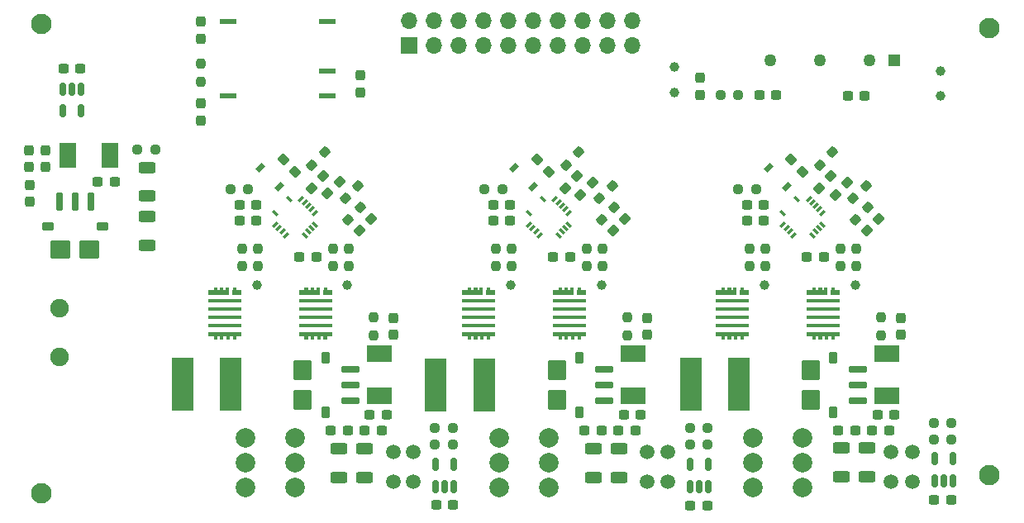
<source format=gbr>
%TF.GenerationSoftware,KiCad,Pcbnew,8.0.1*%
%TF.CreationDate,2024-03-29T13:27:46-04:00*%
%TF.ProjectId,Power_Stage,506f7765-725f-4537-9461-67652e6b6963,rev?*%
%TF.SameCoordinates,Original*%
%TF.FileFunction,Soldermask,Top*%
%TF.FilePolarity,Negative*%
%FSLAX46Y46*%
G04 Gerber Fmt 4.6, Leading zero omitted, Abs format (unit mm)*
G04 Created by KiCad (PCBNEW 8.0.1) date 2024-03-29 13:27:46*
%MOMM*%
%LPD*%
G01*
G04 APERTURE LIST*
G04 Aperture macros list*
%AMRoundRect*
0 Rectangle with rounded corners*
0 $1 Rounding radius*
0 $2 $3 $4 $5 $6 $7 $8 $9 X,Y pos of 4 corners*
0 Add a 4 corners polygon primitive as box body*
4,1,4,$2,$3,$4,$5,$6,$7,$8,$9,$2,$3,0*
0 Add four circle primitives for the rounded corners*
1,1,$1+$1,$2,$3*
1,1,$1+$1,$4,$5*
1,1,$1+$1,$6,$7*
1,1,$1+$1,$8,$9*
0 Add four rect primitives between the rounded corners*
20,1,$1+$1,$2,$3,$4,$5,0*
20,1,$1+$1,$4,$5,$6,$7,0*
20,1,$1+$1,$6,$7,$8,$9,0*
20,1,$1+$1,$8,$9,$2,$3,0*%
%AMRotRect*
0 Rectangle, with rotation*
0 The origin of the aperture is its center*
0 $1 length*
0 $2 width*
0 $3 Rotation angle, in degrees counterclockwise*
0 Add horizontal line*
21,1,$1,$2,0,0,$3*%
G04 Aperture macros list end*
%ADD10C,0.000000*%
%ADD11RoundRect,0.150000X-0.150000X0.512500X-0.150000X-0.512500X0.150000X-0.512500X0.150000X0.512500X0*%
%ADD12RoundRect,0.237500X0.300000X0.237500X-0.300000X0.237500X-0.300000X-0.237500X0.300000X-0.237500X0*%
%ADD13RoundRect,0.019360X-0.817640X-0.222640X0.817640X-0.222640X0.817640X0.222640X-0.817640X0.222640X0*%
%ADD14RoundRect,0.102000X-0.250000X0.800000X-0.250000X-0.800000X0.250000X-0.800000X0.250000X0.800000X0*%
%ADD15RoundRect,0.102000X-0.900000X0.850000X-0.900000X-0.850000X0.900000X-0.850000X0.900000X0.850000X0*%
%ADD16RoundRect,0.102000X-0.450000X0.300000X-0.450000X-0.300000X0.450000X-0.300000X0.450000X0.300000X0*%
%ADD17RoundRect,0.150000X0.150000X-0.512500X0.150000X0.512500X-0.150000X0.512500X-0.150000X-0.512500X0*%
%ADD18RoundRect,0.250000X-0.625000X0.312500X-0.625000X-0.312500X0.625000X-0.312500X0.625000X0.312500X0*%
%ADD19RoundRect,0.237500X-0.250000X-0.237500X0.250000X-0.237500X0.250000X0.237500X-0.250000X0.237500X0*%
%ADD20RoundRect,0.237500X-0.300000X-0.237500X0.300000X-0.237500X0.300000X0.237500X-0.300000X0.237500X0*%
%ADD21RoundRect,0.237500X0.237500X-0.300000X0.237500X0.300000X-0.237500X0.300000X-0.237500X-0.300000X0*%
%ADD22RoundRect,0.237500X-0.237500X0.300000X-0.237500X-0.300000X0.237500X-0.300000X0.237500X0.300000X0*%
%ADD23RoundRect,0.019360X0.222640X-0.817640X0.222640X0.817640X-0.222640X0.817640X-0.222640X-0.817640X0*%
%ADD24C,1.000000*%
%ADD25C,1.500000*%
%ADD26R,0.355600X0.761990*%
%ADD27R,0.965200X0.457200*%
%ADD28R,0.355600X0.753389*%
%ADD29R,2.108200X0.457200*%
%ADD30R,0.355600X0.753388*%
%ADD31R,3.403600X0.355600*%
%ADD32R,0.355600X0.304796*%
%ADD33R,0.355600X0.310933*%
%ADD34R,3.403600X0.457200*%
%ADD35R,0.355598X0.385089*%
%ADD36R,0.355590X0.533400*%
%ADD37C,2.100000*%
%ADD38RotRect,0.558800X0.889000X315.000000*%
%ADD39C,1.905000*%
%ADD40RoundRect,0.237500X-0.237500X0.250000X-0.237500X-0.250000X0.237500X-0.250000X0.237500X0.250000X0*%
%ADD41RoundRect,0.237500X0.250000X0.237500X-0.250000X0.237500X-0.250000X-0.237500X0.250000X-0.237500X0*%
%ADD42RoundRect,0.237500X0.237500X-0.250000X0.237500X0.250000X-0.237500X0.250000X-0.237500X-0.250000X0*%
%ADD43RoundRect,0.237500X-0.008839X-0.344715X0.344715X0.008839X0.008839X0.344715X-0.344715X-0.008839X0*%
%ADD44RoundRect,0.237500X0.380070X-0.044194X-0.044194X0.380070X-0.380070X0.044194X0.044194X-0.380070X0*%
%ADD45R,1.270000X1.270000*%
%ADD46C,1.270000*%
%ADD47RoundRect,0.237500X-0.044194X-0.380070X0.380070X0.044194X0.044194X0.380070X-0.380070X-0.044194X0*%
%ADD48RoundRect,0.237500X0.044194X0.380070X-0.380070X-0.044194X-0.044194X-0.380070X0.380070X0.044194X0*%
%ADD49RoundRect,0.102000X0.800000X0.250000X-0.800000X0.250000X-0.800000X-0.250000X0.800000X-0.250000X0*%
%ADD50RoundRect,0.102000X0.300000X0.450000X-0.300000X0.450000X-0.300000X-0.450000X0.300000X-0.450000X0*%
%ADD51RoundRect,0.102000X0.850000X0.900000X-0.850000X0.900000X-0.850000X-0.900000X0.850000X-0.900000X0*%
%ADD52R,1.651000X0.508000*%
%ADD53R,2.260600X5.511800*%
%ADD54RotRect,0.254000X0.711200X135.000000*%
%ADD55RotRect,0.254000X0.711200X45.000000*%
%ADD56C,2.006600*%
%ADD57RoundRect,0.250000X0.625000X-0.312500X0.625000X0.312500X-0.625000X0.312500X-0.625000X-0.312500X0*%
%ADD58RoundRect,0.237500X0.237500X-0.287500X0.237500X0.287500X-0.237500X0.287500X-0.237500X-0.287500X0*%
%ADD59RoundRect,0.237500X0.008839X0.344715X-0.344715X-0.008839X-0.008839X-0.344715X0.344715X0.008839X0*%
%ADD60R,1.700000X1.700000*%
%ADD61O,1.700000X1.700000*%
G04 APERTURE END LIST*
D10*
%TO.C,Q1*%
G36*
X110831396Y-132306022D02*
G01*
X111375796Y-132306012D01*
X111375796Y-132763212D01*
X110410596Y-132763212D01*
X110410596Y-132306012D01*
X110475796Y-132306022D01*
X110475796Y-132001222D01*
X110831396Y-132001222D01*
X110831396Y-132306022D01*
G37*
G36*
X110831396Y-132306022D02*
G01*
X111375796Y-132306012D01*
X111375796Y-132763212D01*
X110410596Y-132763212D01*
X110410596Y-132306012D01*
X110475796Y-132306022D01*
X110475796Y-132001222D01*
X110831396Y-132001222D01*
X110831396Y-132306022D01*
G37*
G36*
X108877796Y-132306022D02*
G01*
X109172196Y-132306022D01*
X109172196Y-132001222D01*
X109527796Y-132001222D01*
X109527796Y-132306022D01*
X109726596Y-132306022D01*
X109726596Y-132001222D01*
X110082196Y-132001222D01*
X110080396Y-132763212D01*
X107972196Y-132763212D01*
X107972196Y-132306012D01*
X108522196Y-132306022D01*
X108522196Y-132001222D01*
X108877796Y-132001222D01*
X108877796Y-132306022D01*
G37*
G36*
X108877796Y-132306022D02*
G01*
X109172196Y-132306022D01*
X109172196Y-132001222D01*
X109527796Y-132001222D01*
X109527796Y-132306022D01*
X109726596Y-132306022D01*
X109726596Y-132001222D01*
X110082196Y-132001222D01*
X110080396Y-132763212D01*
X107972196Y-132763212D01*
X107972196Y-132306012D01*
X108522196Y-132306022D01*
X108522196Y-132001222D01*
X108877796Y-132001222D01*
X108877796Y-132306022D01*
G37*
G36*
X111375796Y-137013212D02*
G01*
X110827807Y-137013200D01*
X110827807Y-137318000D01*
X110472207Y-137318000D01*
X110472207Y-137013200D01*
X110177796Y-137013200D01*
X110177796Y-137318000D01*
X109822196Y-137318000D01*
X109822196Y-137013200D01*
X109527784Y-137013200D01*
X109527784Y-137318000D01*
X109172184Y-137318000D01*
X109172184Y-137013200D01*
X108877784Y-137013200D01*
X108877784Y-137318000D01*
X108522184Y-137318000D01*
X108522184Y-137013200D01*
X107972196Y-137013212D01*
X107972196Y-136556012D01*
X111375796Y-136556012D01*
X111375796Y-137013212D01*
G37*
%TO.C,Q6*%
G36*
X172131411Y-132306022D02*
G01*
X172675811Y-132306012D01*
X172675811Y-132763212D01*
X171710611Y-132763212D01*
X171710611Y-132306012D01*
X171775811Y-132306022D01*
X171775811Y-132001222D01*
X172131411Y-132001222D01*
X172131411Y-132306022D01*
G37*
G36*
X172131411Y-132306022D02*
G01*
X172675811Y-132306012D01*
X172675811Y-132763212D01*
X171710611Y-132763212D01*
X171710611Y-132306012D01*
X171775811Y-132306022D01*
X171775811Y-132001222D01*
X172131411Y-132001222D01*
X172131411Y-132306022D01*
G37*
G36*
X170177811Y-132306022D02*
G01*
X170472211Y-132306022D01*
X170472211Y-132001222D01*
X170827811Y-132001222D01*
X170827811Y-132306022D01*
X171026611Y-132306022D01*
X171026611Y-132001222D01*
X171382211Y-132001222D01*
X171380411Y-132763212D01*
X169272211Y-132763212D01*
X169272211Y-132306012D01*
X169822211Y-132306022D01*
X169822211Y-132001222D01*
X170177811Y-132001222D01*
X170177811Y-132306022D01*
G37*
G36*
X170177811Y-132306022D02*
G01*
X170472211Y-132306022D01*
X170472211Y-132001222D01*
X170827811Y-132001222D01*
X170827811Y-132306022D01*
X171026611Y-132306022D01*
X171026611Y-132001222D01*
X171382211Y-132001222D01*
X171380411Y-132763212D01*
X169272211Y-132763212D01*
X169272211Y-132306012D01*
X169822211Y-132306022D01*
X169822211Y-132001222D01*
X170177811Y-132001222D01*
X170177811Y-132306022D01*
G37*
G36*
X172675811Y-137013212D02*
G01*
X172127822Y-137013200D01*
X172127822Y-137318000D01*
X171772222Y-137318000D01*
X171772222Y-137013200D01*
X171477811Y-137013200D01*
X171477811Y-137318000D01*
X171122211Y-137318000D01*
X171122211Y-137013200D01*
X170827799Y-137013200D01*
X170827799Y-137318000D01*
X170472199Y-137318000D01*
X170472199Y-137013200D01*
X170177799Y-137013200D01*
X170177799Y-137318000D01*
X169822199Y-137318000D01*
X169822199Y-137013200D01*
X169272211Y-137013212D01*
X169272211Y-136556012D01*
X172675811Y-136556012D01*
X172675811Y-137013212D01*
G37*
%TO.C,Q4*%
G36*
X146131412Y-132306022D02*
G01*
X146675812Y-132306012D01*
X146675812Y-132763212D01*
X145710612Y-132763212D01*
X145710612Y-132306012D01*
X145775812Y-132306022D01*
X145775812Y-132001222D01*
X146131412Y-132001222D01*
X146131412Y-132306022D01*
G37*
G36*
X146131412Y-132306022D02*
G01*
X146675812Y-132306012D01*
X146675812Y-132763212D01*
X145710612Y-132763212D01*
X145710612Y-132306012D01*
X145775812Y-132306022D01*
X145775812Y-132001222D01*
X146131412Y-132001222D01*
X146131412Y-132306022D01*
G37*
G36*
X144177812Y-132306022D02*
G01*
X144472212Y-132306022D01*
X144472212Y-132001222D01*
X144827812Y-132001222D01*
X144827812Y-132306022D01*
X145026612Y-132306022D01*
X145026612Y-132001222D01*
X145382212Y-132001222D01*
X145380412Y-132763212D01*
X143272212Y-132763212D01*
X143272212Y-132306012D01*
X143822212Y-132306022D01*
X143822212Y-132001222D01*
X144177812Y-132001222D01*
X144177812Y-132306022D01*
G37*
G36*
X144177812Y-132306022D02*
G01*
X144472212Y-132306022D01*
X144472212Y-132001222D01*
X144827812Y-132001222D01*
X144827812Y-132306022D01*
X145026612Y-132306022D01*
X145026612Y-132001222D01*
X145382212Y-132001222D01*
X145380412Y-132763212D01*
X143272212Y-132763212D01*
X143272212Y-132306012D01*
X143822212Y-132306022D01*
X143822212Y-132001222D01*
X144177812Y-132001222D01*
X144177812Y-132306022D01*
G37*
G36*
X146675812Y-137013212D02*
G01*
X146127823Y-137013200D01*
X146127823Y-137318000D01*
X145772223Y-137318000D01*
X145772223Y-137013200D01*
X145477812Y-137013200D01*
X145477812Y-137318000D01*
X145122212Y-137318000D01*
X145122212Y-137013200D01*
X144827800Y-137013200D01*
X144827800Y-137318000D01*
X144472200Y-137318000D01*
X144472200Y-137013200D01*
X144177800Y-137013200D01*
X144177800Y-137318000D01*
X143822200Y-137318000D01*
X143822200Y-137013200D01*
X143272212Y-137013212D01*
X143272212Y-136556012D01*
X146675812Y-136556012D01*
X146675812Y-137013212D01*
G37*
%TO.C,Q2*%
G36*
X120131414Y-132306022D02*
G01*
X120675814Y-132306012D01*
X120675814Y-132763212D01*
X119710614Y-132763212D01*
X119710614Y-132306012D01*
X119775814Y-132306022D01*
X119775814Y-132001222D01*
X120131414Y-132001222D01*
X120131414Y-132306022D01*
G37*
G36*
X120131414Y-132306022D02*
G01*
X120675814Y-132306012D01*
X120675814Y-132763212D01*
X119710614Y-132763212D01*
X119710614Y-132306012D01*
X119775814Y-132306022D01*
X119775814Y-132001222D01*
X120131414Y-132001222D01*
X120131414Y-132306022D01*
G37*
G36*
X118177814Y-132306022D02*
G01*
X118472214Y-132306022D01*
X118472214Y-132001222D01*
X118827814Y-132001222D01*
X118827814Y-132306022D01*
X119026614Y-132306022D01*
X119026614Y-132001222D01*
X119382214Y-132001222D01*
X119380414Y-132763212D01*
X117272214Y-132763212D01*
X117272214Y-132306012D01*
X117822214Y-132306022D01*
X117822214Y-132001222D01*
X118177814Y-132001222D01*
X118177814Y-132306022D01*
G37*
G36*
X118177814Y-132306022D02*
G01*
X118472214Y-132306022D01*
X118472214Y-132001222D01*
X118827814Y-132001222D01*
X118827814Y-132306022D01*
X119026614Y-132306022D01*
X119026614Y-132001222D01*
X119382214Y-132001222D01*
X119380414Y-132763212D01*
X117272214Y-132763212D01*
X117272214Y-132306012D01*
X117822214Y-132306022D01*
X117822214Y-132001222D01*
X118177814Y-132001222D01*
X118177814Y-132306022D01*
G37*
G36*
X120675814Y-137013212D02*
G01*
X120127825Y-137013200D01*
X120127825Y-137318000D01*
X119772225Y-137318000D01*
X119772225Y-137013200D01*
X119477814Y-137013200D01*
X119477814Y-137318000D01*
X119122214Y-137318000D01*
X119122214Y-137013200D01*
X118827802Y-137013200D01*
X118827802Y-137318000D01*
X118472202Y-137318000D01*
X118472202Y-137013200D01*
X118177802Y-137013200D01*
X118177802Y-137318000D01*
X117822202Y-137318000D01*
X117822202Y-137013200D01*
X117272214Y-137013212D01*
X117272214Y-136556012D01*
X120675814Y-136556012D01*
X120675814Y-137013212D01*
G37*
%TO.C,Q5*%
G36*
X162831393Y-132306023D02*
G01*
X163375793Y-132306013D01*
X163375793Y-132763213D01*
X162410593Y-132763213D01*
X162410593Y-132306013D01*
X162475793Y-132306023D01*
X162475793Y-132001223D01*
X162831393Y-132001223D01*
X162831393Y-132306023D01*
G37*
G36*
X162831393Y-132306023D02*
G01*
X163375793Y-132306013D01*
X163375793Y-132763213D01*
X162410593Y-132763213D01*
X162410593Y-132306013D01*
X162475793Y-132306023D01*
X162475793Y-132001223D01*
X162831393Y-132001223D01*
X162831393Y-132306023D01*
G37*
G36*
X160877793Y-132306023D02*
G01*
X161172193Y-132306023D01*
X161172193Y-132001223D01*
X161527793Y-132001223D01*
X161527793Y-132306023D01*
X161726593Y-132306023D01*
X161726593Y-132001223D01*
X162082193Y-132001223D01*
X162080393Y-132763213D01*
X159972193Y-132763213D01*
X159972193Y-132306013D01*
X160522193Y-132306023D01*
X160522193Y-132001223D01*
X160877793Y-132001223D01*
X160877793Y-132306023D01*
G37*
G36*
X160877793Y-132306023D02*
G01*
X161172193Y-132306023D01*
X161172193Y-132001223D01*
X161527793Y-132001223D01*
X161527793Y-132306023D01*
X161726593Y-132306023D01*
X161726593Y-132001223D01*
X162082193Y-132001223D01*
X162080393Y-132763213D01*
X159972193Y-132763213D01*
X159972193Y-132306013D01*
X160522193Y-132306023D01*
X160522193Y-132001223D01*
X160877793Y-132001223D01*
X160877793Y-132306023D01*
G37*
G36*
X163375793Y-137013213D02*
G01*
X162827804Y-137013201D01*
X162827804Y-137318001D01*
X162472204Y-137318001D01*
X162472204Y-137013201D01*
X162177793Y-137013201D01*
X162177793Y-137318001D01*
X161822193Y-137318001D01*
X161822193Y-137013201D01*
X161527781Y-137013201D01*
X161527781Y-137318001D01*
X161172181Y-137318001D01*
X161172181Y-137013201D01*
X160877781Y-137013201D01*
X160877781Y-137318001D01*
X160522181Y-137318001D01*
X160522181Y-137013201D01*
X159972193Y-137013213D01*
X159972193Y-136556013D01*
X163375793Y-136556013D01*
X163375793Y-137013213D01*
G37*
%TO.C,Q3*%
G36*
X136831394Y-132306023D02*
G01*
X137375794Y-132306013D01*
X137375794Y-132763213D01*
X136410594Y-132763213D01*
X136410594Y-132306013D01*
X136475794Y-132306023D01*
X136475794Y-132001223D01*
X136831394Y-132001223D01*
X136831394Y-132306023D01*
G37*
G36*
X136831394Y-132306023D02*
G01*
X137375794Y-132306013D01*
X137375794Y-132763213D01*
X136410594Y-132763213D01*
X136410594Y-132306013D01*
X136475794Y-132306023D01*
X136475794Y-132001223D01*
X136831394Y-132001223D01*
X136831394Y-132306023D01*
G37*
G36*
X134877794Y-132306023D02*
G01*
X135172194Y-132306023D01*
X135172194Y-132001223D01*
X135527794Y-132001223D01*
X135527794Y-132306023D01*
X135726594Y-132306023D01*
X135726594Y-132001223D01*
X136082194Y-132001223D01*
X136080394Y-132763213D01*
X133972194Y-132763213D01*
X133972194Y-132306013D01*
X134522194Y-132306023D01*
X134522194Y-132001223D01*
X134877794Y-132001223D01*
X134877794Y-132306023D01*
G37*
G36*
X134877794Y-132306023D02*
G01*
X135172194Y-132306023D01*
X135172194Y-132001223D01*
X135527794Y-132001223D01*
X135527794Y-132306023D01*
X135726594Y-132306023D01*
X135726594Y-132001223D01*
X136082194Y-132001223D01*
X136080394Y-132763213D01*
X133972194Y-132763213D01*
X133972194Y-132306013D01*
X134522194Y-132306023D01*
X134522194Y-132001223D01*
X134877794Y-132001223D01*
X134877794Y-132306023D01*
G37*
G36*
X137375794Y-137013213D02*
G01*
X136827805Y-137013201D01*
X136827805Y-137318001D01*
X136472205Y-137318001D01*
X136472205Y-137013201D01*
X136177794Y-137013201D01*
X136177794Y-137318001D01*
X135822194Y-137318001D01*
X135822194Y-137013201D01*
X135527782Y-137013201D01*
X135527782Y-137318001D01*
X135172182Y-137318001D01*
X135172182Y-137013201D01*
X134877782Y-137013201D01*
X134877782Y-137318001D01*
X134522182Y-137318001D01*
X134522182Y-137013201D01*
X133972194Y-137013213D01*
X133972194Y-136556013D01*
X137375794Y-136556013D01*
X137375794Y-137013213D01*
G37*
%TD*%
D11*
%TO.C,U17*%
X94950000Y-111662500D03*
X94000000Y-111662500D03*
X93050000Y-111662500D03*
X93050000Y-113937500D03*
X94950000Y-113937500D03*
%TD*%
D12*
%TO.C,C48*%
X94862500Y-109600000D03*
X93137500Y-109600000D03*
%TD*%
D13*
%TO.C,U15*%
X93550000Y-117500000D03*
X93550000Y-118000000D03*
X93550000Y-118500000D03*
X93550000Y-119000000D03*
X93550000Y-119500000D03*
X97850000Y-119500000D03*
X97850000Y-119000000D03*
X97850000Y-118500000D03*
X97850000Y-118000000D03*
X97850000Y-117500000D03*
%TD*%
D14*
%TO.C,U16*%
X94300000Y-123240788D03*
X95900000Y-123240788D03*
X92700000Y-123240788D03*
D15*
X95800000Y-128090788D03*
X92800000Y-128090788D03*
D16*
X97100000Y-125740788D03*
X91500000Y-125740788D03*
%TD*%
D17*
%TO.C,U14*%
X182350000Y-151837500D03*
X183300000Y-151837500D03*
X184250000Y-151837500D03*
X184250000Y-149562500D03*
X182350000Y-149562500D03*
%TD*%
%TO.C,U13*%
X157300000Y-152437500D03*
X158250000Y-152437500D03*
X159200000Y-152437500D03*
X159200000Y-150162500D03*
X157300000Y-150162500D03*
%TD*%
D18*
%TO.C,R31*%
X101700000Y-119737500D03*
X101700000Y-122662500D03*
%TD*%
%TO.C,R17*%
X101700000Y-124737500D03*
X101700000Y-127662500D03*
%TD*%
D19*
%TO.C,R3*%
X100687500Y-117900000D03*
X102512500Y-117900000D03*
%TD*%
D20*
%TO.C,C47*%
X96637500Y-121200000D03*
X98362500Y-121200000D03*
%TD*%
D21*
%TO.C,C46*%
X89700000Y-123225000D03*
X89700000Y-121500000D03*
%TD*%
D22*
%TO.C,C45*%
X89600000Y-117937500D03*
X89600000Y-119662500D03*
%TD*%
%TO.C,C34*%
X91300000Y-117937500D03*
X91300000Y-119662500D03*
%TD*%
D20*
%TO.C,C22*%
X182337500Y-153800000D03*
X184062500Y-153800000D03*
%TD*%
%TO.C,C10*%
X157337500Y-154400000D03*
X159062500Y-154400000D03*
%TD*%
D23*
%TO.C,U12*%
X176474999Y-143115000D03*
X176974999Y-143115000D03*
X177474999Y-143115000D03*
X177974999Y-143115000D03*
X178474999Y-143115000D03*
X178474999Y-138815000D03*
X177974999Y-138815000D03*
X177474999Y-138815000D03*
X176974999Y-138815000D03*
X176474999Y-138815000D03*
%TD*%
D20*
%TO.C,C32*%
X149987500Y-146700000D03*
X151712500Y-146700000D03*
%TD*%
D24*
%TO.C,TP2*%
X183000000Y-112400000D03*
%TD*%
D25*
%TO.C,T1*%
X129000000Y-148900000D03*
X129000000Y-151900000D03*
%TD*%
D26*
%TO.C,Q1*%
X110653596Y-132382217D03*
D27*
X110893196Y-132534612D03*
D28*
X108699996Y-132377917D03*
D29*
X109026296Y-132534612D03*
D30*
X109349996Y-132377917D03*
X109904396Y-132377917D03*
D31*
X109673996Y-133384612D03*
X109673996Y-134234611D03*
X109673996Y-135084611D03*
X109673996Y-135934612D03*
D32*
X108699984Y-137165598D03*
D33*
X109349984Y-137162533D03*
D34*
X109673996Y-136784612D03*
D35*
X109999995Y-137125455D03*
D36*
X110650002Y-137051300D03*
%TD*%
D12*
%TO.C,C17*%
X112862502Y-123551300D03*
X111137502Y-123551300D03*
%TD*%
D37*
%TO.C,H4*%
X90900000Y-153100000D03*
%TD*%
%TO.C,H3*%
X188000000Y-151219799D03*
%TD*%
D38*
%TO.C,D3*%
X113330134Y-119756432D03*
X115269870Y-121696168D03*
%TD*%
D21*
%TO.C,C37*%
X178924998Y-136876300D03*
X178924998Y-135151300D03*
%TD*%
D39*
%TO.C,J1*%
X92698201Y-134100000D03*
X92698201Y-139100000D03*
%TD*%
D40*
%TO.C,R14*%
X120715614Y-128013800D03*
X120715614Y-129838800D03*
%TD*%
D41*
%TO.C,R21*%
X159112500Y-148100000D03*
X157287500Y-148100000D03*
%TD*%
D42*
%TO.C,R30*%
X150900000Y-136926300D03*
X150900000Y-135101300D03*
%TD*%
D41*
%TO.C,R35*%
X184112500Y-147600000D03*
X182287500Y-147600000D03*
%TD*%
D19*
%TO.C,R8*%
X110237502Y-121926300D03*
X112062502Y-121926300D03*
%TD*%
D38*
%TO.C,D5*%
X165330131Y-119756432D03*
X167269867Y-121696168D03*
%TD*%
D41*
%TO.C,R39*%
X184112500Y-145900000D03*
X182287500Y-145900000D03*
%TD*%
D12*
%TO.C,C39*%
X164862499Y-125176623D03*
X163137499Y-125176623D03*
%TD*%
D43*
%TO.C,R32*%
X170585830Y-119467372D03*
X171876300Y-118176902D03*
%TD*%
D44*
%TO.C,C30*%
X142859880Y-120136180D03*
X141640120Y-118916420D03*
%TD*%
D41*
%TO.C,R1*%
X162257501Y-112300000D03*
X160432501Y-112300000D03*
%TD*%
D26*
%TO.C,Q6*%
X171953611Y-132382217D03*
D27*
X172193211Y-132534612D03*
D28*
X170000011Y-132377917D03*
D29*
X170326311Y-132534612D03*
D30*
X170650011Y-132377917D03*
X171204411Y-132377917D03*
D31*
X170974011Y-133384612D03*
X170974011Y-134234611D03*
X170974011Y-135084611D03*
X170974011Y-135934612D03*
D32*
X169999999Y-137165598D03*
D33*
X170649999Y-137162533D03*
D34*
X170974011Y-136784612D03*
D35*
X171300010Y-137125455D03*
D36*
X171950017Y-137051300D03*
%TD*%
D12*
%TO.C,C21*%
X148237500Y-146700001D03*
X146512500Y-146700001D03*
%TD*%
D40*
%TO.C,R40*%
X163415593Y-128013801D03*
X163415593Y-129838801D03*
%TD*%
D24*
%TO.C,TP6*%
X122225002Y-131738212D03*
%TD*%
D42*
%TO.C,R16*%
X124900000Y-136912500D03*
X124900000Y-135087500D03*
%TD*%
D45*
%TO.C,U1*%
X178220000Y-108700000D03*
D46*
X175680000Y-108700000D03*
X170600000Y-108700000D03*
X165520000Y-108700000D03*
%TD*%
D24*
%TO.C,TP4*%
X155700000Y-112000000D03*
%TD*%
D18*
%TO.C,R9*%
X121375002Y-148537500D03*
X121375002Y-151462500D03*
%TD*%
D47*
%TO.C,C35*%
X170515119Y-121836180D03*
X171734879Y-120616420D03*
%TD*%
%TO.C,C23*%
X144515120Y-121836180D03*
X145734880Y-120616420D03*
%TD*%
D48*
%TO.C,C14*%
X124654165Y-124970233D03*
X123434405Y-126189993D03*
%TD*%
D12*
%TO.C,C29*%
X138862500Y-123551300D03*
X137137500Y-123551300D03*
%TD*%
D47*
%TO.C,C36*%
X172190120Y-122509880D03*
X173409880Y-121290120D03*
%TD*%
D40*
%TO.C,R27*%
X139050594Y-128013800D03*
X139050594Y-129838800D03*
%TD*%
D24*
%TO.C,TP1*%
X183000000Y-109800000D03*
%TD*%
D20*
%TO.C,C19*%
X124512502Y-145100000D03*
X126237502Y-145100000D03*
%TD*%
D49*
%TO.C,U7*%
X148500000Y-143600000D03*
X148500000Y-142000000D03*
X148500000Y-140400000D03*
D50*
X146000000Y-139200000D03*
D51*
X143650000Y-140500000D03*
X143650000Y-143500000D03*
D50*
X146000000Y-144800000D03*
%TD*%
D25*
%TO.C,T4*%
X152900000Y-148900000D03*
X152900000Y-151900000D03*
%TD*%
D49*
%TO.C,U4*%
X122500002Y-143600000D03*
X122500002Y-142000000D03*
X122500002Y-140400000D03*
D50*
X120000002Y-139200000D03*
D51*
X117650002Y-140500000D03*
X117650002Y-143500000D03*
D50*
X120000002Y-144800000D03*
%TD*%
D52*
%TO.C,U2*%
X120180000Y-112410000D03*
X120180000Y-109870000D03*
X120180000Y-104790000D03*
X110020000Y-104790000D03*
X110020000Y-112410000D03*
%TD*%
D47*
%TO.C,C12*%
X120190120Y-122409880D03*
X121409880Y-121190120D03*
%TD*%
D53*
%TO.C,C1*%
X136206700Y-142000000D03*
X131253700Y-142000000D03*
%TD*%
D41*
%TO.C,R7*%
X133012500Y-148100000D03*
X131187500Y-148100000D03*
%TD*%
D26*
%TO.C,Q4*%
X145953612Y-132382217D03*
D27*
X146193212Y-132534612D03*
D28*
X144000012Y-132377917D03*
D29*
X144326312Y-132534612D03*
D30*
X144650012Y-132377917D03*
X145204412Y-132377917D03*
D31*
X144974012Y-133384612D03*
X144974012Y-134234611D03*
X144974012Y-135084611D03*
X144974012Y-135934612D03*
D32*
X144000000Y-137165598D03*
D33*
X144650000Y-137162533D03*
D34*
X144974012Y-136784612D03*
D35*
X145300011Y-137125455D03*
D36*
X145950018Y-137051300D03*
%TD*%
D47*
%TO.C,C24*%
X146090120Y-122509880D03*
X147309880Y-121290120D03*
%TD*%
D43*
%TO.C,R33*%
X174032975Y-122914518D03*
X175323445Y-121624048D03*
%TD*%
D49*
%TO.C,U10*%
X174499999Y-143600000D03*
X174499999Y-142000000D03*
X174499999Y-140400000D03*
D50*
X171999999Y-139200000D03*
D51*
X169649999Y-140500000D03*
X169649999Y-143500000D03*
D50*
X171999999Y-144800000D03*
%TD*%
D24*
%TO.C,TP10*%
X174224998Y-131738212D03*
%TD*%
D42*
%TO.C,R2*%
X107180000Y-110920000D03*
X107180000Y-109095000D03*
%TD*%
D54*
%TO.C,U11*%
X166839071Y-125590373D03*
X167192714Y-125944015D03*
X167546356Y-126297658D03*
X167899999Y-126651300D03*
D55*
X169832909Y-126651300D03*
X170186552Y-126297658D03*
X170540194Y-125944015D03*
X170893837Y-125590373D03*
D54*
X170893837Y-124364747D03*
X170540194Y-124011105D03*
X170186552Y-123657462D03*
X169832909Y-123303820D03*
X169479267Y-122950177D03*
D55*
X168253641Y-122950177D03*
X166839071Y-124364747D03*
%TD*%
D26*
%TO.C,Q2*%
X119953614Y-132382217D03*
D27*
X120193214Y-132534612D03*
D28*
X118000014Y-132377917D03*
D29*
X118326314Y-132534612D03*
D30*
X118650014Y-132377917D03*
X119204414Y-132377917D03*
D31*
X118974014Y-133384612D03*
X118974014Y-134234611D03*
X118974014Y-135084611D03*
X118974014Y-135934612D03*
D32*
X118000002Y-137165598D03*
D33*
X118650002Y-137162533D03*
D34*
X118974014Y-136784612D03*
D35*
X119300013Y-137125455D03*
D36*
X119950020Y-137051300D03*
%TD*%
D40*
%TO.C,R43*%
X174350610Y-128013800D03*
X174350610Y-129838800D03*
%TD*%
D21*
%TO.C,C13*%
X126925002Y-136876300D03*
X126925002Y-135151300D03*
%TD*%
D44*
%TO.C,C18*%
X116859882Y-120136180D03*
X115640122Y-118916420D03*
%TD*%
D37*
%TO.C,H2*%
X90900000Y-105000000D03*
%TD*%
D20*
%TO.C,C31*%
X150512500Y-145090650D03*
X152237500Y-145090650D03*
%TD*%
D12*
%TO.C,C15*%
X112862502Y-125176623D03*
X111137502Y-125176623D03*
%TD*%
D56*
%TO.C,J4*%
X137784003Y-152511300D03*
X142864003Y-152511300D03*
X137784003Y-149971300D03*
X142864003Y-149971300D03*
X137784003Y-147431300D03*
X142864003Y-147431300D03*
%TD*%
D37*
%TO.C,H1*%
X188000000Y-105470000D03*
%TD*%
D12*
%TO.C,C4*%
X175207501Y-112400000D03*
X173482501Y-112400000D03*
%TD*%
D24*
%TO.C,TP9*%
X164924999Y-131738212D03*
%TD*%
D19*
%TO.C,R36*%
X162237499Y-121926300D03*
X164062499Y-121926300D03*
%TD*%
D22*
%TO.C,C6*%
X123500000Y-110300000D03*
X123500000Y-112025000D03*
%TD*%
D41*
%TO.C,R25*%
X159112500Y-146400000D03*
X157287500Y-146400000D03*
%TD*%
D57*
%TO.C,R10*%
X124000000Y-151462500D03*
X124000000Y-148537500D03*
%TD*%
D18*
%TO.C,R23*%
X147375000Y-148537500D03*
X147375000Y-151462500D03*
%TD*%
D43*
%TO.C,R5*%
X122032979Y-122914518D03*
X123323449Y-121624048D03*
%TD*%
D24*
%TO.C,TP8*%
X148224999Y-131738212D03*
%TD*%
D20*
%TO.C,C28*%
X143287500Y-128926300D03*
X145012500Y-128926300D03*
%TD*%
D12*
%TO.C,C41*%
X164862499Y-123551300D03*
X163137499Y-123551300D03*
%TD*%
D20*
%TO.C,C20*%
X123987502Y-146700000D03*
X125712502Y-146700000D03*
%TD*%
D48*
%TO.C,C26*%
X150654162Y-124970233D03*
X149434402Y-126189993D03*
%TD*%
D23*
%TO.C,U6*%
X124475002Y-143115000D03*
X124975002Y-143115000D03*
X125475002Y-143115000D03*
X125975002Y-143115000D03*
X126475002Y-143115000D03*
X126475002Y-138815000D03*
X125975002Y-138815000D03*
X125475002Y-138815000D03*
X124975002Y-138815000D03*
X124475002Y-138815000D03*
%TD*%
D58*
%TO.C,D1*%
X158345001Y-112275000D03*
X158345001Y-110525000D03*
%TD*%
D25*
%TO.C,T3*%
X155000000Y-148900000D03*
X155000000Y-151900000D03*
%TD*%
D57*
%TO.C,R24*%
X150000000Y-151462500D03*
X150000000Y-148537500D03*
%TD*%
D43*
%TO.C,R4*%
X118585833Y-119467372D03*
X119876303Y-118176902D03*
%TD*%
D20*
%TO.C,C44*%
X175987499Y-146700000D03*
X177712499Y-146700000D03*
%TD*%
D21*
%TO.C,C25*%
X152924999Y-136876300D03*
X152924999Y-135151300D03*
%TD*%
D59*
%TO.C,R20*%
X149540469Y-123785830D03*
X148249999Y-125076300D03*
%TD*%
D26*
%TO.C,Q5*%
X162653593Y-132382218D03*
D27*
X162893193Y-132534613D03*
D28*
X160699993Y-132377918D03*
D29*
X161026293Y-132534613D03*
D30*
X161349993Y-132377918D03*
X161904393Y-132377918D03*
D31*
X161673993Y-133384613D03*
X161673993Y-134234612D03*
X161673993Y-135084612D03*
X161673993Y-135934613D03*
D32*
X160699981Y-137165599D03*
D33*
X161349981Y-137162534D03*
D34*
X161673993Y-136784613D03*
D35*
X161999992Y-137125456D03*
D36*
X162649999Y-137051301D03*
%TD*%
D20*
%TO.C,C40*%
X169287499Y-128926300D03*
X171012499Y-128926300D03*
%TD*%
D23*
%TO.C,U9*%
X150475000Y-143115000D03*
X150975000Y-143115000D03*
X151475000Y-143115000D03*
X151975000Y-143115000D03*
X152475000Y-143115000D03*
X152475000Y-138815000D03*
X151975000Y-138815000D03*
X151475000Y-138815000D03*
X150975000Y-138815000D03*
X150475000Y-138815000D03*
%TD*%
D40*
%TO.C,R42*%
X172715610Y-128013800D03*
X172715610Y-129838800D03*
%TD*%
D44*
%TO.C,C42*%
X168859879Y-120136180D03*
X167640119Y-118916420D03*
%TD*%
D53*
%TO.C,C3*%
X157400000Y-141900000D03*
X162353000Y-141900000D03*
%TD*%
D48*
%TO.C,C38*%
X176654161Y-124970233D03*
X175434401Y-126189993D03*
%TD*%
D42*
%TO.C,R44*%
X176900000Y-136926300D03*
X176900000Y-135101300D03*
%TD*%
D19*
%TO.C,R22*%
X136237500Y-121926300D03*
X138062500Y-121926300D03*
%TD*%
D12*
%TO.C,C9*%
X122237502Y-146700000D03*
X120512502Y-146700000D03*
%TD*%
%TO.C,C33*%
X174237499Y-146700001D03*
X172512499Y-146700001D03*
%TD*%
D40*
%TO.C,R41*%
X165050593Y-128013800D03*
X165050593Y-129838800D03*
%TD*%
D20*
%TO.C,C43*%
X176512499Y-145090650D03*
X178237499Y-145090650D03*
%TD*%
%TO.C,C8*%
X131337500Y-154300000D03*
X133062500Y-154300000D03*
%TD*%
D18*
%TO.C,R37*%
X172800000Y-148488800D03*
X172800000Y-151413800D03*
%TD*%
D17*
%TO.C,U3*%
X131250000Y-152437500D03*
X132200000Y-152437500D03*
X133150000Y-152437500D03*
X133150000Y-150162500D03*
X131250000Y-150162500D03*
%TD*%
D25*
%TO.C,T6*%
X177900000Y-148900000D03*
X177900000Y-151900000D03*
%TD*%
D59*
%TO.C,R34*%
X175540468Y-123785830D03*
X174249998Y-125076300D03*
%TD*%
D53*
%TO.C,C2*%
X105323500Y-141900000D03*
X110276500Y-141900000D03*
%TD*%
D24*
%TO.C,TP7*%
X138925000Y-131738212D03*
%TD*%
D38*
%TO.C,D4*%
X139330132Y-119756432D03*
X141269868Y-121696168D03*
%TD*%
D24*
%TO.C,TP5*%
X112925002Y-131738212D03*
%TD*%
D58*
%TO.C,D2*%
X107180000Y-114882500D03*
X107180000Y-113132500D03*
%TD*%
D25*
%TO.C,T2*%
X126900000Y-148900000D03*
X126900000Y-151900000D03*
%TD*%
D56*
%TO.C,J5*%
X163784002Y-152511300D03*
X168864002Y-152511300D03*
X163784002Y-149971300D03*
X168864002Y-149971300D03*
X163784002Y-147431300D03*
X168864002Y-147431300D03*
%TD*%
D43*
%TO.C,R19*%
X148032976Y-122914518D03*
X149323446Y-121624048D03*
%TD*%
D20*
%TO.C,C5*%
X164445001Y-112300000D03*
X166170001Y-112300000D03*
%TD*%
D47*
%TO.C,C11*%
X118515122Y-121836180D03*
X119734882Y-120616420D03*
%TD*%
D22*
%TO.C,C7*%
X107180000Y-104790000D03*
X107180000Y-106515000D03*
%TD*%
D40*
%TO.C,R28*%
X146715611Y-128013800D03*
X146715611Y-129838800D03*
%TD*%
D59*
%TO.C,R6*%
X123540472Y-123785830D03*
X122250002Y-125076300D03*
%TD*%
D54*
%TO.C,U8*%
X140839072Y-125590373D03*
X141192715Y-125944015D03*
X141546357Y-126297658D03*
X141900000Y-126651300D03*
D55*
X143832910Y-126651300D03*
X144186553Y-126297658D03*
X144540195Y-125944015D03*
X144893838Y-125590373D03*
D54*
X144893838Y-124364747D03*
X144540195Y-124011105D03*
X144186553Y-123657462D03*
X143832910Y-123303820D03*
X143479268Y-122950177D03*
D55*
X142253642Y-122950177D03*
X140839072Y-124364747D03*
%TD*%
D12*
%TO.C,C27*%
X138862500Y-125176623D03*
X137137500Y-125176623D03*
%TD*%
D20*
%TO.C,C16*%
X117287502Y-128926300D03*
X119012502Y-128926300D03*
%TD*%
D41*
%TO.C,R11*%
X133012500Y-146400000D03*
X131187500Y-146400000D03*
%TD*%
D56*
%TO.C,J3*%
X116864005Y-147431300D03*
X111784005Y-147431300D03*
X116864005Y-149971300D03*
X111784005Y-149971300D03*
X116864005Y-152511300D03*
X111784005Y-152511300D03*
%TD*%
D40*
%TO.C,R12*%
X111415596Y-128013800D03*
X111415596Y-129838800D03*
%TD*%
%TO.C,R29*%
X148350611Y-128013800D03*
X148350611Y-129838800D03*
%TD*%
%TO.C,R26*%
X137415594Y-128013801D03*
X137415594Y-129838801D03*
%TD*%
D54*
%TO.C,U5*%
X114839074Y-125590373D03*
X115192717Y-125944015D03*
X115546359Y-126297658D03*
X115900002Y-126651300D03*
D55*
X117832912Y-126651300D03*
X118186555Y-126297658D03*
X118540197Y-125944015D03*
X118893840Y-125590373D03*
D54*
X118893840Y-124364747D03*
X118540197Y-124011105D03*
X118186555Y-123657462D03*
X117832912Y-123303820D03*
X117479270Y-122950177D03*
D55*
X116253644Y-122950177D03*
X114839074Y-124364747D03*
%TD*%
D40*
%TO.C,R13*%
X113050596Y-128013800D03*
X113050596Y-129838800D03*
%TD*%
D26*
%TO.C,Q3*%
X136653594Y-132382218D03*
D27*
X136893194Y-132534613D03*
D28*
X134699994Y-132377918D03*
D29*
X135026294Y-132534613D03*
D30*
X135349994Y-132377918D03*
X135904394Y-132377918D03*
D31*
X135673994Y-133384613D03*
X135673994Y-134234612D03*
X135673994Y-135084612D03*
X135673994Y-135934613D03*
D32*
X134699982Y-137165599D03*
D33*
X135349982Y-137162534D03*
D34*
X135673994Y-136784613D03*
D35*
X135999993Y-137125456D03*
D36*
X136650000Y-137051301D03*
%TD*%
D25*
%TO.C,T5*%
X180100000Y-148900000D03*
X180100000Y-151900000D03*
%TD*%
D24*
%TO.C,TP3*%
X155700000Y-109400000D03*
%TD*%
D43*
%TO.C,R18*%
X144585831Y-119467372D03*
X145876301Y-118176902D03*
%TD*%
D60*
%TO.C,J2*%
X128560000Y-107200000D03*
D61*
X128560000Y-104660000D03*
X131100000Y-107200000D03*
X131100000Y-104660000D03*
X133640000Y-107200000D03*
X133640000Y-104660000D03*
X136180000Y-107200000D03*
X136180000Y-104660000D03*
X138720000Y-107200000D03*
X138720000Y-104660000D03*
X141260000Y-107200000D03*
X141260000Y-104660000D03*
X143800000Y-107200000D03*
X143800000Y-104660000D03*
X146340000Y-107200000D03*
X146340000Y-104660000D03*
X148880000Y-107200000D03*
X148880000Y-104660000D03*
X151420000Y-107200000D03*
X151420000Y-104660000D03*
%TD*%
D57*
%TO.C,R38*%
X175400000Y-151413799D03*
X175400000Y-148488799D03*
%TD*%
D40*
%TO.C,R15*%
X122350614Y-128013800D03*
X122350614Y-129838800D03*
%TD*%
M02*

</source>
